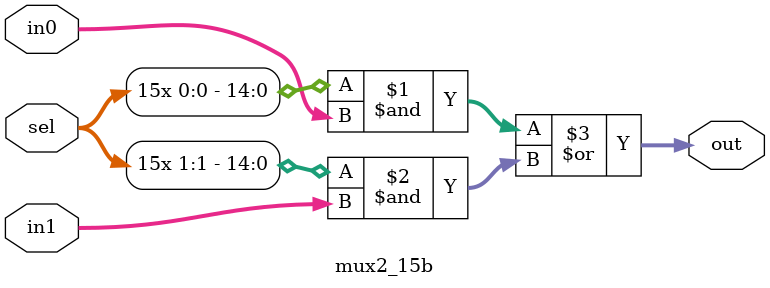
<source format=v>
module mux2_15b (
    input  [14:0] in0, in1,
    input  [1:0]  sel,
    output [14:0] out
);

assign out = ({15{sel[0]}} & in0)
           | ({15{sel[1]}} & in1);

endmodule

</source>
